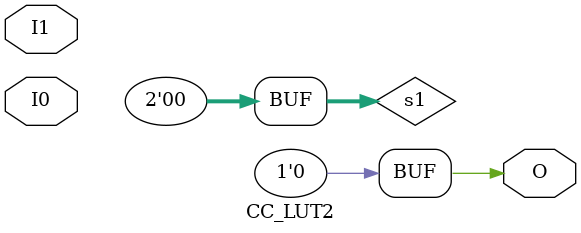
<source format=v>
module CC_LUT2 (
	output O,
	input  I0, I1
);
	parameter [3:0] INIT = 0;
	wire [1:0] s1 = I1 ? INIT[3:2] : INIT[1:0];
	assign O = I0 ? s1[1] : s1[0];
endmodule
</source>
